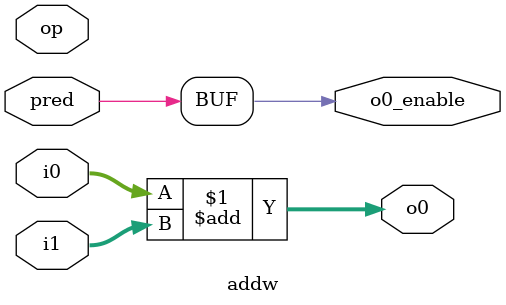
<source format=v>

`timescale 1 ns / 10 ps

module addw (i0, i1, op, pred, o0, o0_enable);

     // synopsys template
     parameter width = 4;               // width of input and output data

     input  [width-1:0] i0;             // input data i0
     wire   [width-1:0] i0;

     input  [width-1:0] i1;             // input data i1
     wire   [width-1:0] i1;

     input              op;             // not used
     wire               op;

     input              pred;           //
     wire               pred;


     output [width-1:0] o0;             // output date o0 = i0 + i1
     wire   [width-1:0] o0;

     output             o0_enable;      // reflected pred
     wire               o0_enable;


     assign o0_enable = pred;
     assign o0        = i0 + i1;

endmodule


</source>
